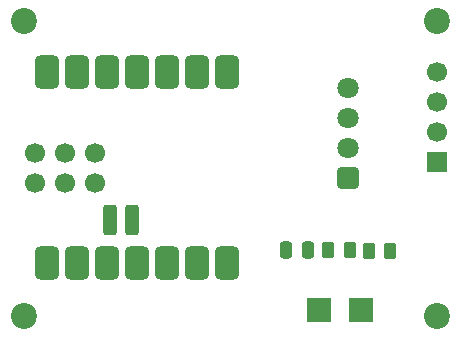
<source format=gts>
%TF.GenerationSoftware,KiCad,Pcbnew,9.0.6*%
%TF.CreationDate,2025-11-11T11:50:20+01:00*%
%TF.ProjectId,tankuhr,74616e6b-7568-4722-9e6b-696361645f70,rev?*%
%TF.SameCoordinates,Original*%
%TF.FileFunction,Soldermask,Top*%
%TF.FilePolarity,Negative*%
%FSLAX46Y46*%
G04 Gerber Fmt 4.6, Leading zero omitted, Abs format (unit mm)*
G04 Created by KiCad (PCBNEW 9.0.6) date 2025-11-11 11:50:20*
%MOMM*%
%LPD*%
G01*
G04 APERTURE LIST*
G04 Aperture macros list*
%AMRoundRect*
0 Rectangle with rounded corners*
0 $1 Rounding radius*
0 $2 $3 $4 $5 $6 $7 $8 $9 X,Y pos of 4 corners*
0 Add a 4 corners polygon primitive as box body*
4,1,4,$2,$3,$4,$5,$6,$7,$8,$9,$2,$3,0*
0 Add four circle primitives for the rounded corners*
1,1,$1+$1,$2,$3*
1,1,$1+$1,$4,$5*
1,1,$1+$1,$6,$7*
1,1,$1+$1,$8,$9*
0 Add four rect primitives between the rounded corners*
20,1,$1+$1,$2,$3,$4,$5,0*
20,1,$1+$1,$4,$5,$6,$7,0*
20,1,$1+$1,$6,$7,$8,$9,0*
20,1,$1+$1,$8,$9,$2,$3,0*%
G04 Aperture macros list end*
%ADD10R,2.000000X2.000000*%
%ADD11RoundRect,0.250000X0.650000X0.650000X-0.650000X0.650000X-0.650000X-0.650000X0.650000X-0.650000X0*%
%ADD12C,1.800000*%
%ADD13R,1.700000X1.700000*%
%ADD14C,1.700000*%
%ADD15RoundRect,0.250000X-0.262500X-0.450000X0.262500X-0.450000X0.262500X0.450000X-0.262500X0.450000X0*%
%ADD16RoundRect,0.250000X0.262500X0.450000X-0.262500X0.450000X-0.262500X-0.450000X0.262500X-0.450000X0*%
%ADD17C,2.200000*%
%ADD18RoundRect,0.250000X0.250000X0.475000X-0.250000X0.475000X-0.250000X-0.475000X0.250000X-0.475000X0*%
%ADD19RoundRect,0.525400X0.525400X-0.900400X0.525400X0.900400X-0.525400X0.900400X-0.525400X-0.900400X0*%
%ADD20RoundRect,0.300400X-0.300400X1.000400X-0.300400X-1.000400X0.300400X-1.000400X0.300400X1.000400X0*%
G04 APERTURE END LIST*
D10*
%TO.C,GND1*%
X61000000Y-72000000D03*
%TD*%
D11*
%TO.C,U1*%
X59967500Y-60810000D03*
D12*
X59967500Y-58270000D03*
X59967500Y-55730000D03*
X59967500Y-53190000D03*
%TD*%
D13*
%TO.C,J1*%
X67500000Y-59500000D03*
D14*
X67500000Y-56960000D03*
X67500000Y-54420000D03*
X67500000Y-51880000D03*
%TD*%
D15*
%TO.C,R1*%
X61675000Y-67000000D03*
X63500000Y-67000000D03*
%TD*%
D16*
%TO.C,R2*%
X60087500Y-66950000D03*
X58262500Y-66950000D03*
%TD*%
D10*
%TO.C,1*%
X57500000Y-72000000D03*
%TD*%
D17*
%TO.C,H1*%
X32500000Y-47500000D03*
%TD*%
%TO.C,H3*%
X32500000Y-72500000D03*
%TD*%
%TO.C,H4*%
X67500000Y-72500000D03*
%TD*%
D18*
%TO.C,C1*%
X56587500Y-66950000D03*
X54687500Y-66950000D03*
%TD*%
D19*
%TO.C,U2*%
X34420000Y-68000000D03*
X36960000Y-68000000D03*
X39500000Y-68000000D03*
X42040000Y-68000000D03*
X44580000Y-68000000D03*
X47120000Y-68000000D03*
X49660000Y-68000000D03*
X49660000Y-51835000D03*
X47120000Y-51835000D03*
X44580000Y-51835000D03*
X42040000Y-51835000D03*
X39500000Y-51835000D03*
X36960000Y-51835000D03*
X34420000Y-51835000D03*
D20*
X41658000Y-64390000D03*
X39753000Y-64390000D03*
D14*
X33408000Y-61215000D03*
X33408000Y-58675000D03*
X35948000Y-61215000D03*
X35948000Y-58675000D03*
X38488000Y-61215000D03*
X38488000Y-58675000D03*
%TD*%
D17*
%TO.C,H2*%
X67500000Y-47500000D03*
%TD*%
M02*

</source>
